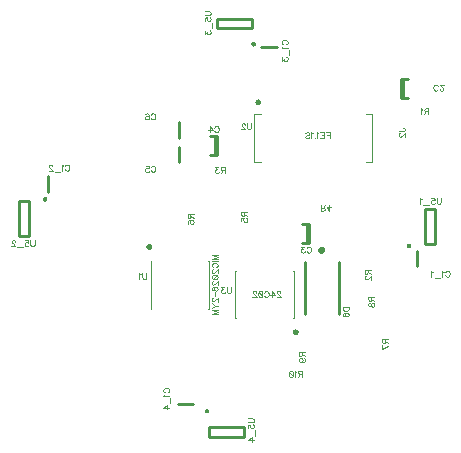
<source format=gbr>
G04 DipTrace 4.1.3.1*
G04 BottomSilk.gbr*
%MOIN*%
G04 #@! TF.FileFunction,Legend,Bot*
G04 #@! TF.Part,Single*
%ADD10C,0.009843*%
%ADD13C,0.004724*%
%ADD25C,0.003937*%
%ADD60C,0.003088*%
%FSLAX26Y26*%
G04*
G70*
G90*
G75*
G01*
G04 BotSilk*
%LPD*%
X1864354Y1766972D2*
D10*
Y1704043D1*
X1856906Y1766972D2*
Y1704043D1*
Y1766972D2*
X1880465D1*
X1856906Y1704043D2*
X1880465D1*
X1544517Y1221121D2*
X1544520Y1284050D1*
X1551966Y1221120D2*
X1551968Y1284049D1*
X1551966Y1221120D2*
X1528407Y1221121D1*
X1551968Y1284049D2*
X1528409Y1284050D1*
X1237382Y1514874D2*
X1237379Y1577803D1*
X1244831Y1514875D2*
X1244828Y1577804D1*
X1244831Y1514875D2*
X1221272Y1514873D1*
X1244828Y1577804D2*
X1221269Y1577803D1*
X1116778Y1491828D2*
Y1542970D1*
Y1572034D2*
Y1623176D1*
X1912512Y1195814D2*
Y1144672D1*
X680760Y1392396D2*
X680757Y1443537D1*
X1393054Y1876431D2*
X1444196Y1876433D1*
X1166283Y684081D2*
X1115142D1*
X1536538Y1158335D2*
X1536541Y985120D1*
X1650711Y1158337D2*
X1650714Y985122D1*
G36*
X1605442Y1197702D2*
X1605341Y1196160D1*
X1605039Y1194645D1*
X1604543Y1193182D1*
X1603859Y1191796D1*
X1603001Y1190511D1*
X1601982Y1189349D1*
X1600821Y1188331D1*
X1599536Y1187472D1*
X1598150Y1186789D1*
X1596687Y1186292D1*
X1595172Y1185991D1*
X1593630Y1185890D1*
X1592088Y1185991D1*
X1590573Y1186292D1*
X1589110Y1186789D1*
X1587724Y1187472D1*
X1586440Y1188330D1*
X1585278Y1189349D1*
X1584259Y1190511D1*
X1583401Y1191795D1*
X1582717Y1193181D1*
X1582221Y1194644D1*
X1581919Y1196160D1*
X1581818Y1197701D1*
Y1197709D1*
X1581919Y1199251D1*
X1582221Y1200766D1*
X1582717Y1202229D1*
X1583401Y1203615D1*
X1584259Y1204900D1*
X1585278Y1206061D1*
X1586439Y1207080D1*
X1587724Y1207938D1*
X1589110Y1208622D1*
X1590573Y1209118D1*
X1592088Y1209420D1*
X1593630Y1209521D1*
X1595171Y1209420D1*
X1596687Y1209119D1*
X1598150Y1208622D1*
X1599536Y1207939D1*
X1600820Y1207080D1*
X1601982Y1206062D1*
X1603001Y1204900D1*
X1603859Y1203615D1*
X1604542Y1202230D1*
X1605039Y1200767D1*
X1605340Y1199251D1*
X1605442Y1197710D1*
Y1197702D1*
G37*
X1026239Y1003008D2*
D13*
X1023090D1*
X1023086Y1160489D1*
X1026236D1*
X1216003Y1003013D2*
X1219153D1*
X1219149Y1160493D1*
X1216000D1*
G36*
X1028597Y1208520D2*
X1028513Y1207236D1*
X1028262Y1205973D1*
X1027848Y1204754D1*
X1027278Y1203599D1*
X1026563Y1202529D1*
X1025714Y1201561D1*
X1024746Y1200712D1*
X1023676Y1199996D1*
X1022521Y1199427D1*
X1021302Y1199013D1*
X1020039Y1198762D1*
X1018755Y1198678D1*
X1017470Y1198762D1*
X1016207Y1199013D1*
X1014988Y1199427D1*
X1013833Y1199996D1*
X1012763Y1200711D1*
X1011795Y1201560D1*
X1010946Y1202528D1*
X1010231Y1203599D1*
X1009661Y1204753D1*
X1009247Y1205972D1*
X1008996Y1207235D1*
X1008912Y1208520D1*
D1*
X1008996Y1209805D1*
X1009247Y1211067D1*
X1009661Y1212286D1*
X1010230Y1213441D1*
X1010946Y1214512D1*
X1011795Y1215480D1*
X1012763Y1216329D1*
X1013833Y1217044D1*
X1014988Y1217613D1*
X1016207Y1218027D1*
X1017470Y1218278D1*
X1018754Y1218363D1*
X1020039Y1218278D1*
X1021302Y1218027D1*
X1022521Y1217614D1*
X1023675Y1217044D1*
X1024746Y1216329D1*
X1025714Y1215480D1*
X1026563Y1214512D1*
X1027278Y1213442D1*
X1027848Y1212287D1*
X1028262Y1211068D1*
X1028513Y1209805D1*
X1028597Y1208520D1*
D1*
G37*
X1390385Y1492823D2*
D25*
X1369125Y1492822D1*
X1369119Y1650302D1*
X1390379Y1650303D1*
X1741566Y1492836D2*
X1762826Y1492837D1*
X1762820Y1650317D1*
X1741560Y1650316D1*
G36*
X1392346Y1690461D2*
X1392262Y1689176D1*
X1392011Y1687913D1*
X1391597Y1686694D1*
X1391028Y1685540D1*
X1390312Y1684469D1*
X1389463Y1683501D1*
X1388496Y1682652D1*
X1387425Y1681937D1*
X1386270Y1681367D1*
X1385051Y1680953D1*
X1383789Y1680702D1*
X1382504Y1680618D1*
X1381219Y1680702D1*
X1379956Y1680953D1*
X1378737Y1681367D1*
X1377583Y1681936D1*
X1376512Y1682652D1*
X1375544Y1683500D1*
X1374695Y1684468D1*
X1373980Y1685539D1*
X1373410Y1686694D1*
X1372996Y1687913D1*
X1372745Y1689175D1*
X1372661Y1690460D1*
D1*
X1372745Y1691745D1*
X1372996Y1693008D1*
X1373410Y1694227D1*
X1373979Y1695381D1*
X1374695Y1696452D1*
X1375544Y1697420D1*
X1376511Y1698269D1*
X1377582Y1698984D1*
X1378737Y1699554D1*
X1379956Y1699968D1*
X1381218Y1700219D1*
X1382503Y1700303D1*
X1383788Y1700219D1*
X1385051Y1699968D1*
X1386270Y1699554D1*
X1387424Y1698985D1*
X1388495Y1698269D1*
X1389463Y1697420D1*
X1390312Y1696452D1*
X1391027Y1695382D1*
X1391597Y1694227D1*
X1392011Y1693008D1*
X1392262Y1691746D1*
X1392346Y1690461D1*
D1*
G37*
X1499666Y1129114D2*
D13*
X1502815D1*
X1502820Y971634D1*
X1499670D1*
X1309114Y1129109D2*
X1305965D1*
X1305970Y971628D1*
X1309119D1*
G36*
X1497309Y923996D2*
X1497394Y925281D1*
X1497645Y926544D1*
X1498059Y927763D1*
X1498628Y928917D1*
X1499343Y929988D1*
X1500192Y930956D1*
X1501160Y931805D1*
X1502230Y932520D1*
X1503385Y933090D1*
X1504604Y933503D1*
X1505867Y933755D1*
X1507152Y933839D1*
X1508436Y933755D1*
X1509699Y933504D1*
X1510918Y933090D1*
X1512073Y932520D1*
X1513144Y931805D1*
X1514112Y930956D1*
X1514960Y929988D1*
X1515676Y928918D1*
X1516245Y927763D1*
X1516659Y926544D1*
X1516910Y925281D1*
X1516995Y923997D1*
D1*
X1516910Y922712D1*
X1516659Y921449D1*
X1516245Y920230D1*
X1515676Y919075D1*
X1514961Y918005D1*
X1514112Y917037D1*
X1513144Y916188D1*
X1512074Y915473D1*
X1510919Y914903D1*
X1509700Y914489D1*
X1508437Y914238D1*
X1507152Y914154D1*
X1505868Y914238D1*
X1504605Y914489D1*
X1503386Y914903D1*
X1502231Y915472D1*
X1501160Y916188D1*
X1500192Y917036D1*
X1499344Y918004D1*
X1498628Y919075D1*
X1498059Y920230D1*
X1497645Y921449D1*
X1497394Y922711D1*
X1497309Y923996D1*
D1*
G37*
G36*
X1892177Y1212277D2*
X1892111Y1211272D1*
X1891914Y1210284D1*
X1891591Y1209331D1*
X1891146Y1208428D1*
X1890586Y1207591D1*
X1889922Y1206834D1*
X1889165Y1206170D1*
X1888328Y1205610D1*
X1887425Y1205165D1*
X1886472Y1204841D1*
X1885484Y1204645D1*
X1884479Y1204579D1*
X1883475Y1204645D1*
X1882487Y1204841D1*
X1881534Y1205165D1*
X1880631Y1205610D1*
X1879793Y1206169D1*
X1879036Y1206833D1*
X1878372Y1207590D1*
X1877813Y1208427D1*
X1877368Y1209330D1*
X1877044Y1210284D1*
X1876848Y1211271D1*
X1876782Y1212276D1*
Y1212281D1*
X1876847Y1213286D1*
X1877044Y1214274D1*
X1877367Y1215227D1*
X1877813Y1216130D1*
X1878372Y1216967D1*
X1879036Y1217724D1*
X1879793Y1218388D1*
X1880630Y1218948D1*
X1881533Y1219393D1*
X1882487Y1219717D1*
X1883474Y1219913D1*
X1884479Y1219979D1*
X1885484Y1219913D1*
X1886471Y1219717D1*
X1887425Y1219393D1*
X1888328Y1218948D1*
X1889165Y1218389D1*
X1889922Y1217725D1*
X1890586Y1216968D1*
X1891145Y1216131D1*
X1891591Y1215228D1*
X1891914Y1214274D1*
X1892111Y1213287D1*
X1892177Y1212282D1*
Y1212277D1*
G37*
X1938544Y1217544D2*
D10*
X1938540Y1335652D1*
X1970035Y1217545D2*
X1970030Y1335653D1*
X1938540Y1335652D2*
X1970030Y1335653D1*
X1938544Y1217544D2*
X1970035Y1217545D1*
G36*
X664073Y1367115D2*
X664139Y1368120D1*
X664335Y1369108D1*
X664659Y1370061D1*
X665104Y1370964D1*
X665664Y1371801D1*
X666327Y1372558D1*
X667084Y1373222D1*
X667922Y1373782D1*
X668825Y1374227D1*
X669778Y1374551D1*
X670766Y1374747D1*
X671770Y1374813D1*
X672775Y1374747D1*
X673763Y1374551D1*
X674716Y1374227D1*
X675619Y1373782D1*
X676456Y1373223D1*
X677213Y1372559D1*
X677877Y1371802D1*
X678437Y1370964D1*
X678882Y1370061D1*
X679206Y1369108D1*
X679402Y1368120D1*
X679468Y1367116D1*
Y1367111D1*
X679402Y1366106D1*
X679206Y1365118D1*
X678882Y1364165D1*
X678437Y1363262D1*
X677878Y1362425D1*
X677214Y1361667D1*
X676457Y1361004D1*
X675620Y1360444D1*
X674717Y1359999D1*
X673763Y1359675D1*
X672776Y1359479D1*
X671771Y1359413D1*
X670766Y1359479D1*
X669779Y1359675D1*
X668825Y1359999D1*
X667922Y1360444D1*
X667085Y1361003D1*
X666328Y1361667D1*
X665664Y1362424D1*
X665104Y1363261D1*
X664659Y1364164D1*
X664335Y1365118D1*
X664139Y1366105D1*
X664073Y1367110D1*
Y1367115D1*
G37*
X617706Y1361848D2*
D10*
X617709Y1243741D1*
X586215Y1361847D2*
X586218Y1243740D1*
X617709Y1243741D2*
X586218Y1243740D1*
X617706Y1361848D2*
X586215Y1361847D1*
G36*
X1366461Y1891828D2*
X1367466Y1891762D1*
X1368453Y1891566D1*
X1369407Y1891242D1*
X1370310Y1890797D1*
X1371147Y1890237D1*
X1371904Y1889573D1*
X1372568Y1888816D1*
X1373128Y1887979D1*
X1373573Y1887076D1*
X1373897Y1886123D1*
X1374093Y1885135D1*
X1374159Y1884131D1*
X1374093Y1883126D1*
X1373897Y1882138D1*
X1373573Y1881185D1*
X1373128Y1880282D1*
X1372568Y1879445D1*
X1371905Y1878688D1*
X1371148Y1878024D1*
X1370310Y1877464D1*
X1369407Y1877019D1*
X1368454Y1876695D1*
X1367466Y1876499D1*
X1366462Y1876433D1*
X1366456D1*
X1365452Y1876499D1*
X1364464Y1876695D1*
X1363511Y1877019D1*
X1362608Y1877464D1*
X1361770Y1878023D1*
X1361013Y1878687D1*
X1360350Y1879444D1*
X1359790Y1880281D1*
X1359345Y1881184D1*
X1359021Y1882138D1*
X1358825Y1883125D1*
X1358759Y1884130D1*
X1358824Y1885135D1*
X1359021Y1886122D1*
X1359344Y1887076D1*
X1359790Y1887979D1*
X1360349Y1888816D1*
X1361013Y1889573D1*
X1361770Y1890237D1*
X1362607Y1890796D1*
X1363510Y1891242D1*
X1364464Y1891565D1*
X1365451Y1891762D1*
X1366456Y1891828D1*
X1366461D1*
G37*
X1361193Y1938195D2*
D10*
X1243086Y1938190D1*
X1361192Y1969686D2*
X1243085Y1969681D1*
X1243086Y1938190D2*
X1243085Y1969681D1*
X1361193Y1938195D2*
X1361192Y1969686D1*
G36*
X1211513Y653181D2*
X1210508Y653247D1*
X1209520Y653443D1*
X1208567Y653767D1*
X1207664Y654212D1*
X1206827Y654772D1*
X1206070Y655436D1*
X1205406Y656193D1*
X1204846Y657030D1*
X1204401Y657933D1*
X1204077Y658887D1*
X1203881Y659874D1*
X1203815Y660879D1*
X1203881Y661884D1*
X1204078Y662871D1*
X1204401Y663824D1*
X1204847Y664728D1*
X1205406Y665565D1*
X1206070Y666322D1*
X1206827Y666986D1*
X1207664Y667545D1*
X1208567Y667990D1*
X1209521Y668314D1*
X1210508Y668510D1*
X1211513Y668576D1*
X1211518D1*
X1212523Y668510D1*
X1213510Y668314D1*
X1214464Y667990D1*
X1215367Y667545D1*
X1216204Y666985D1*
X1216961Y666321D1*
X1217625Y665564D1*
X1218184Y664727D1*
X1218630Y663824D1*
X1218953Y662871D1*
X1219150Y661883D1*
X1219215Y660878D1*
X1219150Y659874D1*
X1218953Y658886D1*
X1218629Y657933D1*
X1218184Y657030D1*
X1217625Y656193D1*
X1216961Y655436D1*
X1216204Y654772D1*
X1215367Y654212D1*
X1214464Y653767D1*
X1213510Y653443D1*
X1212523Y653247D1*
X1211518Y653181D1*
X1211513D1*
G37*
X1216777Y606814D2*
D10*
X1334885Y606811D1*
X1216777Y575323D2*
X1334884Y575320D1*
X1334885Y606811D2*
X1334884Y575320D1*
X1216777Y606814D2*
Y575323D1*
X1607554Y1590444D2*
D60*
X1620001D1*
Y1570348D1*
Y1580871D2*
X1612351D1*
X1588954Y1590444D2*
X1601378D1*
Y1570348D1*
X1588954D1*
X1601378Y1580871D2*
X1593729D1*
X1582778Y1586597D2*
X1580854Y1587570D1*
X1577980Y1590421D1*
Y1570348D1*
X1570854Y1572271D2*
X1571805Y1571298D1*
X1570854Y1570348D1*
X1569881Y1571298D1*
X1570854Y1572271D1*
X1563706Y1586597D2*
X1561782Y1587570D1*
X1558908Y1590421D1*
Y1570348D1*
X1539335Y1587570D2*
X1541237Y1589493D1*
X1544111Y1590444D1*
X1547935D1*
X1550809Y1589493D1*
X1552733Y1587570D1*
Y1585668D1*
X1551760Y1583745D1*
X1550809Y1582794D1*
X1548908Y1581844D1*
X1543160Y1579920D1*
X1541237Y1578970D1*
X1540286Y1577997D1*
X1539335Y1576096D1*
Y1573222D1*
X1541237Y1571320D1*
X1544111Y1570348D1*
X1547935D1*
X1550809Y1571320D1*
X1552733Y1573222D1*
X1455637Y1056245D2*
Y1057195D1*
X1454686Y1059119D1*
X1453736Y1060069D1*
X1451812Y1061020D1*
X1447988D1*
X1446086Y1060069D1*
X1445136Y1059119D1*
X1444163Y1057195D1*
Y1055294D1*
X1445136Y1053371D1*
X1447037Y1050519D1*
X1456610Y1040946D1*
X1443212D1*
X1427464D2*
Y1061020D1*
X1437037Y1047645D1*
X1422689D1*
X1402165Y1056267D2*
X1403116Y1058168D1*
X1405039Y1060091D1*
X1406940Y1061042D1*
X1410765D1*
X1412688Y1060091D1*
X1414590Y1058168D1*
X1415562Y1056267D1*
X1416513Y1053393D1*
Y1048595D1*
X1415562Y1045743D1*
X1414590Y1043820D1*
X1412688Y1041919D1*
X1410765Y1040946D1*
X1406940D1*
X1405039Y1041919D1*
X1403116Y1043820D1*
X1402165Y1045743D1*
X1390241Y1061020D2*
X1393115Y1060069D1*
X1395039Y1057195D1*
X1395989Y1052420D1*
Y1049546D1*
X1395039Y1044771D1*
X1393115Y1041897D1*
X1390241Y1040946D1*
X1388340D1*
X1385466Y1041897D1*
X1383565Y1044771D1*
X1382592Y1049546D1*
Y1052420D1*
X1383565Y1057195D1*
X1385466Y1060069D1*
X1388340Y1061020D1*
X1390241D1*
X1383565Y1057195D2*
X1395039Y1044771D1*
X1375444Y1056245D2*
Y1057195D1*
X1374493Y1059119D1*
X1373542Y1060069D1*
X1371619Y1061020D1*
X1367794D1*
X1365893Y1060069D1*
X1364942Y1059119D1*
X1363970Y1057195D1*
Y1055294D1*
X1364942Y1053371D1*
X1366844Y1050519D1*
X1376416Y1040946D1*
X1363019D1*
X1247315Y1167028D2*
X1227219D1*
X1247315Y1174677D1*
X1227219Y1182326D1*
X1247315D1*
X1227219Y1160852D2*
X1247315D1*
X1231994Y1140328D2*
X1230093Y1141279D1*
X1228170Y1143202D1*
X1227219Y1145104D1*
Y1148928D1*
X1228170Y1150852D1*
X1230093Y1152753D1*
X1231994Y1153726D1*
X1234868Y1154676D1*
X1239666D1*
X1242518Y1153726D1*
X1244441Y1152753D1*
X1246342Y1150852D1*
X1247315Y1148928D1*
Y1145104D1*
X1246342Y1143202D1*
X1244441Y1141279D1*
X1242518Y1140328D1*
X1232017Y1133180D2*
X1231066D1*
X1229143Y1132229D1*
X1228192Y1131279D1*
X1227241Y1129355D1*
Y1125531D1*
X1228192Y1123629D1*
X1229143Y1122679D1*
X1231066Y1121706D1*
X1232967D1*
X1234891Y1122679D1*
X1237742Y1124580D1*
X1247315Y1134153D1*
Y1120755D1*
X1227241Y1108832D2*
X1228192Y1111706D1*
X1231066Y1113629D1*
X1235841Y1114580D1*
X1238715D1*
X1243491Y1113629D1*
X1246365Y1111706D1*
X1247315Y1108832D1*
Y1106930D1*
X1246365Y1104056D1*
X1243491Y1102155D1*
X1238715Y1101182D1*
X1235841D1*
X1231066Y1102155D1*
X1228192Y1104056D1*
X1227241Y1106930D1*
Y1108832D1*
X1231066Y1102155D2*
X1243491Y1113629D1*
X1232017Y1094034D2*
X1231066D1*
X1229143Y1093083D1*
X1228192Y1092133D1*
X1227241Y1090209D1*
Y1086385D1*
X1228192Y1084483D1*
X1229143Y1083533D1*
X1231066Y1082560D1*
X1232967D1*
X1234891Y1083533D1*
X1237742Y1085434D1*
X1247315Y1095007D1*
Y1081609D1*
X1230093Y1063960D2*
X1228192Y1064910D1*
X1227241Y1067784D1*
Y1069686D1*
X1228192Y1072560D1*
X1231066Y1074483D1*
X1235841Y1075434D1*
X1240617D1*
X1244441Y1074483D1*
X1246365Y1072560D1*
X1247315Y1069686D1*
Y1068735D1*
X1246365Y1065883D1*
X1244441Y1063960D1*
X1241567Y1063009D1*
X1240617D1*
X1237742Y1063960D1*
X1235841Y1065883D1*
X1234891Y1068735D1*
Y1069686D1*
X1235841Y1072560D1*
X1237742Y1074483D1*
X1240617Y1075434D1*
X1237278Y1056833D2*
Y1045779D1*
X1232017Y1038631D2*
X1231066D1*
X1229143Y1037680D1*
X1228192Y1036730D1*
X1227241Y1034806D1*
Y1030982D1*
X1228192Y1029080D1*
X1229143Y1028130D1*
X1231066Y1027157D1*
X1232967D1*
X1234891Y1028130D1*
X1237742Y1030031D1*
X1247315Y1039604D1*
Y1026206D1*
X1227219Y1020031D2*
X1236792Y1012381D1*
X1247315D1*
X1227219Y1004732D2*
X1236792Y1012381D1*
X1247315Y983258D2*
X1227219D1*
X1247315Y990907D1*
X1227219Y998556D1*
X1247315D1*
X1980689Y1734065D2*
X1979739Y1732164D1*
X1977815Y1730240D1*
X1975914Y1729290D1*
X1972089D1*
X1970166Y1730240D1*
X1968265Y1732164D1*
X1967292Y1734065D1*
X1966341Y1736939D1*
Y1741736D1*
X1967292Y1744588D1*
X1968265Y1746511D1*
X1970166Y1748413D1*
X1972089Y1749386D1*
X1975914D1*
X1977815Y1748413D1*
X1979739Y1746511D1*
X1980689Y1744588D1*
X1987838Y1734087D2*
Y1733136D1*
X1988788Y1731213D1*
X1989739Y1730262D1*
X1991662Y1729312D1*
X1995487D1*
X1997388Y1730262D1*
X1998339Y1731213D1*
X1999312Y1733136D1*
Y1735038D1*
X1998339Y1736961D1*
X1996438Y1739813D1*
X1986865Y1749386D1*
X2000262D1*
X1543835Y1204837D2*
X1544786Y1206738D1*
X1546709Y1208661D1*
X1548610Y1209612D1*
X1552435D1*
X1554358Y1208661D1*
X1556260Y1206737D1*
X1557232Y1204836D1*
X1558183Y1201962D1*
Y1197165D1*
X1557232Y1194313D1*
X1556259Y1192389D1*
X1554358Y1190488D1*
X1552434Y1189516D1*
X1548610D1*
X1546708Y1190489D1*
X1544785Y1192390D1*
X1543835Y1194313D1*
X1535736Y1209590D2*
X1525235Y1209591D1*
X1530960Y1201941D1*
X1528086D1*
X1526185Y1200991D1*
X1525234Y1200040D1*
X1524262Y1197166D1*
Y1195265D1*
X1525234Y1192391D1*
X1527135Y1190467D1*
X1530009Y1189516D1*
X1532883D1*
X1535735Y1190467D1*
X1536686Y1191440D1*
X1537659Y1193341D1*
X1236135Y1606286D2*
X1237086Y1608187D1*
X1239009Y1610111D1*
X1240910Y1611061D1*
X1244735D1*
X1246658Y1610111D1*
X1248560Y1608188D1*
X1249532Y1606286D1*
X1250483Y1603412D1*
Y1598615D1*
X1249533Y1595763D1*
X1248560Y1593840D1*
X1246659Y1591938D1*
X1244736Y1590965D1*
X1240911D1*
X1239010Y1591938D1*
X1237086Y1593839D1*
X1236136Y1595762D1*
X1220387Y1590964D2*
X1220386Y1611038D1*
X1229960Y1597663D1*
X1215612D1*
X1024532Y1474179D2*
X1025483Y1476081D1*
X1027406Y1478004D1*
X1029308Y1478955D1*
X1033132D1*
X1035056Y1478004D1*
X1036957Y1476081D1*
X1037930Y1474179D1*
X1038880Y1471305D1*
Y1466508D1*
X1037930Y1463656D1*
X1036957Y1461733D1*
X1035056Y1459831D1*
X1033132Y1458859D1*
X1029308D1*
X1027406Y1459831D1*
X1025483Y1461733D1*
X1024532Y1463656D1*
X1006883Y1478932D2*
X1016433D1*
X1017384Y1470333D1*
X1016433Y1471283D1*
X1013559Y1472256D1*
X1010707D1*
X1007833Y1471283D1*
X1005910Y1469382D1*
X1004959Y1466508D1*
Y1464607D1*
X1005910Y1461733D1*
X1007833Y1459809D1*
X1010707Y1458859D1*
X1013559D1*
X1016433Y1459809D1*
X1017384Y1460782D1*
X1018357Y1462683D1*
X1024046Y1648649D2*
X1024997Y1650550D1*
X1026920Y1652474D1*
X1028821Y1653424D1*
X1032646D1*
X1034569Y1652474D1*
X1036471Y1650550D1*
X1037443Y1648649D1*
X1038394Y1645775D1*
Y1640978D1*
X1037443Y1638126D1*
X1036471Y1636202D1*
X1034569Y1634301D1*
X1032646Y1633328D1*
X1028821D1*
X1026920Y1634301D1*
X1024997Y1636202D1*
X1024046Y1638126D1*
X1006396Y1650550D2*
X1007347Y1652452D1*
X1010221Y1653402D1*
X1012122D1*
X1014996Y1652452D1*
X1016920Y1649578D1*
X1017870Y1644802D1*
Y1640027D1*
X1016920Y1636202D1*
X1014996Y1634279D1*
X1012122Y1633328D1*
X1011172D1*
X1008320Y1634279D1*
X1006396Y1636202D1*
X1005446Y1639076D1*
Y1640027D1*
X1006396Y1642901D1*
X1008320Y1644802D1*
X1011172Y1645753D1*
X1012122D1*
X1014996Y1644802D1*
X1016920Y1642901D1*
X1017870Y1640027D1*
X2005947Y1124200D2*
X2006898Y1126102D1*
X2008821Y1128025D1*
X2010722Y1128976D1*
X2014547D1*
X2016470Y1128025D1*
X2018372Y1126102D1*
X2019344Y1124200D1*
X2020295Y1121326D1*
Y1116529D1*
X2019344Y1113677D1*
X2018372Y1111754D1*
X2016470Y1109852D1*
X2014547Y1108880D1*
X2010722D1*
X2008821Y1109852D1*
X2006898Y1111754D1*
X2005947Y1113677D1*
X1999771Y1125129D2*
X1997848Y1126102D1*
X1994974Y1128953D1*
Y1108880D1*
X1988798Y1105563D2*
X1970626D1*
X1964450Y1125129D2*
X1962527Y1126102D1*
X1959653Y1128953D1*
Y1108880D1*
X738579Y1478199D2*
X739530Y1480101D1*
X741453Y1482024D1*
X743354Y1482975D1*
X747179D1*
X749102Y1482025D1*
X751003Y1480101D1*
X751976Y1478200D1*
X752927Y1475326D1*
Y1470529D1*
X751977Y1467677D1*
X751004Y1465753D1*
X749103Y1463852D1*
X747180Y1462879D1*
X743355D1*
X741454Y1463852D1*
X739530Y1465753D1*
X738579Y1467676D1*
X732403Y1479128D2*
X730480Y1480100D1*
X727606Y1482952D1*
X727607Y1462878D1*
X721431Y1459562D2*
X703258Y1459561D1*
X696109Y1478175D2*
Y1479126D1*
X695158Y1481049D1*
X694208Y1482000D1*
X692284Y1482951D1*
X688460Y1482950D1*
X686558Y1482000D1*
X685608Y1481049D1*
X684635Y1479126D1*
Y1477224D1*
X685608Y1475301D1*
X687509Y1472449D1*
X697083Y1462877D1*
X683685Y1462876D1*
X1464836Y1883312D2*
X1462935Y1884262D1*
X1461012Y1886186D1*
X1460061Y1888087D1*
Y1891912D1*
X1461011Y1893835D1*
X1462935Y1895736D1*
X1464836Y1896709D1*
X1467710Y1897660D1*
X1472507D1*
X1475359Y1896710D1*
X1477283Y1895737D1*
X1479184Y1893836D1*
X1480157Y1891912D1*
Y1888088D1*
X1479184Y1886186D1*
X1477283Y1884263D1*
X1475360Y1883312D1*
X1463908Y1877136D2*
X1462935Y1875213D1*
X1460084Y1872339D1*
X1480158D1*
X1483474Y1866164D2*
X1483475Y1847991D1*
X1460085Y1839891D2*
Y1829390D1*
X1467734Y1835116D1*
X1467735Y1832242D1*
X1468685Y1830341D1*
X1469636Y1829390D1*
X1472510Y1828418D1*
X1474411D1*
X1477285Y1829391D1*
X1479209Y1831292D1*
X1480159Y1834166D1*
Y1837040D1*
X1479208Y1839892D1*
X1478235Y1840843D1*
X1476334Y1841815D1*
X1070962Y723490D2*
X1069061Y724441D1*
X1067138Y726364D1*
X1066187Y728265D1*
Y732090D1*
X1067138Y734013D1*
X1069061Y735915D1*
X1070962Y736887D1*
X1073836Y737838D1*
X1078634D1*
X1081486Y736887D1*
X1083409Y735915D1*
X1085310Y734013D1*
X1086283Y732090D1*
Y728265D1*
X1085310Y726364D1*
X1083409Y724441D1*
X1081486Y723490D1*
X1070034Y717314D2*
X1069061Y715391D1*
X1066209Y712517D1*
X1086283D1*
X1089599Y706341D2*
Y688169D1*
X1086283Y672420D2*
X1066209D1*
X1079584Y681993D1*
Y667645D1*
X1663624Y1008558D2*
X1683720D1*
Y1001860D1*
X1682748Y998986D1*
X1680847Y997062D1*
X1678923Y996111D1*
X1676071Y995161D1*
X1671274D1*
X1668400Y996111D1*
X1666499Y997062D1*
X1664575Y998985D1*
X1663624Y1001859D1*
Y1008558D1*
X1666499Y977511D2*
X1664598Y978462D1*
X1663647Y981336D1*
Y983237D1*
X1664597Y986111D1*
X1667471Y988034D1*
X1672247Y988985D1*
X1677022D1*
X1680847Y988034D1*
X1682770Y986111D1*
X1683721Y983237D1*
Y982287D1*
X1682770Y979435D1*
X1680847Y977511D1*
X1677973Y976560D1*
X1677022D1*
X1674148Y977511D1*
X1672247Y979434D1*
X1671296Y982286D1*
Y983237D1*
X1672247Y986111D1*
X1674148Y988034D1*
X1677022Y988985D1*
X1850735Y1595006D2*
X1866033Y1595005D1*
X1868908Y1595956D1*
X1869858Y1596928D1*
X1870831Y1598830D1*
Y1600753D1*
X1869858Y1602654D1*
X1868908Y1603605D1*
X1866034Y1604578D1*
X1864132D1*
X1855532Y1587857D2*
X1854581D1*
X1852658Y1586907D1*
X1851707Y1585956D1*
X1850757Y1584033D1*
Y1580208D1*
X1851707Y1578307D1*
X1852658Y1577356D1*
X1854581Y1576383D1*
X1856482D1*
X1858406Y1577356D1*
X1861258Y1579257D1*
X1870831Y1588829D1*
X1870830Y1575432D1*
X1949267Y1660388D2*
X1940667D1*
X1937793Y1661361D1*
X1936820Y1662312D1*
X1935869Y1664213D1*
Y1666136D1*
X1936820Y1668038D1*
X1937793Y1669011D1*
X1940667Y1669961D1*
X1949267D1*
Y1649865D1*
X1942568Y1660388D2*
X1935869Y1649865D1*
X1929694Y1666114D2*
X1927770Y1667087D1*
X1924896Y1669939D1*
Y1649865D1*
X1747373Y1131921D2*
Y1123321D1*
X1746400Y1120447D1*
X1745449Y1119474D1*
X1743548Y1118524D1*
X1741625D1*
X1739723Y1119474D1*
X1738751Y1120447D1*
X1737800Y1123321D1*
Y1131921D1*
X1757896D1*
X1747373Y1125222D2*
X1757896Y1118524D1*
X1742597Y1111375D2*
X1741647D1*
X1739723Y1110424D1*
X1738773Y1109474D1*
X1737822Y1107550D1*
Y1103726D1*
X1738773Y1101825D1*
X1739723Y1100874D1*
X1741647Y1099901D1*
X1743548D1*
X1745471Y1100874D1*
X1748323Y1102775D1*
X1757896Y1112348D1*
Y1098951D1*
X1270871Y1465325D2*
X1262271D1*
X1259397Y1466297D1*
X1258424Y1467248D1*
X1257473Y1469149D1*
Y1471072D1*
X1258424Y1472974D1*
X1259396Y1473947D1*
X1262270Y1474897D1*
X1270870Y1474898D1*
X1270871Y1454802D1*
X1264172Y1465325D2*
X1257474Y1454801D1*
X1249374Y1474874D2*
X1238873D1*
X1244599Y1467225D1*
X1241725D1*
X1239824Y1466274D1*
X1238873Y1465323D1*
X1237901Y1462449D1*
Y1460548D1*
X1238874Y1457674D1*
X1240775Y1455751D1*
X1243649Y1454800D1*
X1246523D1*
X1249375Y1455751D1*
X1250325Y1456724D1*
X1251298Y1458625D1*
X1590348Y1338520D2*
X1598948D1*
X1601822Y1337548D1*
X1602795Y1336597D1*
X1603746Y1334696D1*
Y1332773D1*
X1602795Y1330871D1*
X1601823Y1329898D1*
X1598949Y1328948D1*
X1590349Y1328947D1*
X1590347Y1349043D1*
X1597047Y1338520D2*
X1603745Y1349044D1*
X1619493Y1349045D2*
X1619495Y1328971D1*
X1609921Y1342346D1*
X1624269Y1342347D1*
X1335772Y1324689D2*
Y1316089D1*
X1334799Y1313215D1*
X1333848Y1312242D1*
X1331947Y1311291D1*
X1330024D1*
X1328122Y1312242D1*
X1327150Y1313215D1*
X1326199Y1316089D1*
Y1324689D1*
X1346295D1*
X1335772Y1317990D2*
X1346295Y1311291D1*
X1326221Y1293642D2*
Y1303192D1*
X1334821Y1304143D1*
X1333870Y1303192D1*
X1332898Y1300318D1*
Y1297466D1*
X1333870Y1294592D1*
X1335772Y1292669D1*
X1338646Y1291718D1*
X1340547D1*
X1343421Y1292669D1*
X1345344Y1294592D1*
X1346295Y1297466D1*
Y1300318D1*
X1345344Y1303192D1*
X1344372Y1304143D1*
X1342470Y1305116D1*
X1156010Y1317276D2*
Y1308676D1*
X1155038Y1305802D1*
X1154087Y1304830D1*
X1152186Y1303879D1*
X1150263D1*
X1148361Y1304829D1*
X1147388Y1305802D1*
X1146438Y1308676D1*
X1146437Y1317276D1*
X1166533Y1317277D1*
X1156010Y1310578D2*
X1166534Y1303879D1*
X1149313Y1286229D2*
X1147411Y1287180D1*
X1146461Y1290054D1*
X1146460Y1291955D1*
X1147411Y1294829D1*
X1150285Y1296752D1*
X1155060Y1297703D1*
X1159835D1*
X1163660Y1296753D1*
X1165584Y1294830D1*
X1166534Y1291956D1*
Y1291005D1*
X1165584Y1288153D1*
X1163661Y1286230D1*
X1160787Y1285279D1*
X1159836D1*
X1156962Y1286229D1*
X1155061Y1288153D1*
X1154110Y1291005D1*
Y1291955D1*
X1155060Y1294829D1*
X1156961Y1296753D1*
X1159835Y1297703D1*
X1805474Y900925D2*
Y892325D1*
X1804501Y889451D1*
X1803550Y888478D1*
X1801649Y887527D1*
X1799726D1*
X1797824Y888478D1*
X1796852Y889451D1*
X1795901Y892325D1*
Y900925D1*
X1815997D1*
X1805474Y894226D2*
X1815997Y887527D1*
Y877527D2*
X1795923Y867954D1*
Y881352D1*
X1758739Y1042230D2*
Y1033630D1*
X1757766Y1030756D1*
X1756815Y1029783D1*
X1754914Y1028833D1*
X1752991D1*
X1751090Y1029783D1*
X1750117Y1030756D1*
X1749166Y1033630D1*
Y1042230D1*
X1769262D1*
X1758739Y1035531D2*
X1769262Y1028833D1*
X1749188Y1017882D2*
X1750139Y1020734D1*
X1752040Y1021706D1*
X1753964D1*
X1755865Y1020734D1*
X1756838Y1018832D1*
X1757788Y1015008D1*
X1758739Y1012134D1*
X1760662Y1010232D1*
X1762563Y1009282D1*
X1765438D1*
X1767339Y1010232D1*
X1768312Y1011183D1*
X1769262Y1014057D1*
Y1017882D1*
X1768312Y1020734D1*
X1767339Y1021706D1*
X1765438Y1022657D1*
X1762563D1*
X1760662Y1021706D1*
X1758739Y1019783D1*
X1757788Y1016931D1*
X1756838Y1013106D1*
X1755865Y1011183D1*
X1753964Y1010232D1*
X1752040D1*
X1750139Y1011183D1*
X1749188Y1014057D1*
Y1017882D1*
X1526894Y857423D2*
X1526895Y848823D1*
X1525922Y845949D1*
X1524972Y844976D1*
X1523070Y844025D1*
X1521147D1*
X1519246Y844976D1*
X1518273Y845949D1*
X1517322Y848823D1*
Y857423D1*
X1537418D1*
X1526895Y850724D2*
X1537418Y844026D1*
X1524022Y825403D2*
X1526895Y826376D1*
X1528819Y828277D1*
X1529769Y831151D1*
Y832102D1*
X1528819Y834976D1*
X1526895Y836877D1*
X1524021Y837850D1*
X1523070D1*
X1520196Y836877D1*
X1518295Y834976D1*
X1517345Y832102D1*
Y831151D1*
X1518295Y828277D1*
X1520197Y826376D1*
X1524022Y825403D1*
X1528819D1*
X1533594Y826376D1*
X1536468Y828278D1*
X1537419Y831152D1*
Y833053D1*
X1536468Y835927D1*
X1534544Y836877D1*
X1528026Y785933D2*
X1519426D1*
X1516552Y786905D1*
X1515579Y787856D1*
X1514629Y789757D1*
Y791681D1*
X1515579Y793582D1*
X1516552Y794555D1*
X1519426Y795506D1*
X1528026D1*
X1528027Y775410D1*
X1521328Y785933D2*
X1514630Y775409D1*
X1508453Y791658D2*
X1506529Y792631D1*
X1503655Y795482D1*
X1503656Y775408D1*
X1491731Y795482D2*
X1494606Y794531D1*
X1496529Y791657D1*
X1497480Y786882D1*
Y784008D1*
X1496530Y779233D1*
X1494607Y776359D1*
X1491733Y775408D1*
X1489831D1*
X1486957Y776358D1*
X1485056Y779232D1*
X1484083Y784007D1*
Y786881D1*
X1485055Y791657D1*
X1486956Y794531D1*
X1489830Y795481D1*
X1491731Y795482D1*
X1485055Y791657D2*
X1496530Y779233D1*
X1009491Y1121833D2*
X1009492Y1107485D1*
X1008541Y1104611D1*
X1006618Y1102709D1*
X1003744Y1101737D1*
X1001843D1*
X998969Y1102709D1*
X997045Y1104611D1*
X996094Y1107485D1*
Y1121832D1*
X989918Y1117986D2*
X987995Y1118958D1*
X985121Y1121810D1*
Y1101736D1*
X1358776Y1620746D2*
X1358777Y1606398D1*
X1357826Y1603524D1*
X1355903Y1601623D1*
X1353029Y1600650D1*
X1351127D1*
X1348253Y1601623D1*
X1346330Y1603524D1*
X1345379Y1606398D1*
Y1620746D1*
X1338230Y1615948D2*
Y1616899D1*
X1337280Y1618822D1*
X1336329Y1619773D1*
X1334406Y1620723D1*
X1330581D1*
X1328680Y1619772D1*
X1327729Y1618822D1*
X1326756Y1616898D1*
X1326757Y1614997D1*
X1327729Y1613074D1*
X1329631Y1610222D1*
X1339204Y1600649D1*
X1325806D1*
X1291217Y1074529D2*
Y1060181D1*
X1290267Y1057307D1*
X1288343Y1055405D1*
X1285469Y1054432D1*
X1283568D1*
X1280694Y1055405D1*
X1278771Y1057306D1*
X1277820Y1060180D1*
X1277819Y1074528D1*
X1269720Y1074506D2*
X1259219D1*
X1264945Y1066856D1*
X1262071D1*
X1260170Y1065906D1*
X1259219Y1064955D1*
X1258247Y1062081D1*
Y1060180D1*
X1259220Y1057306D1*
X1261121Y1055382D1*
X1263995Y1054432D1*
X1266869D1*
X1269721Y1055383D1*
X1270672Y1056355D1*
X1271644Y1058257D1*
X1990347Y1371911D2*
Y1357563D1*
X1989397Y1354689D1*
X1987474Y1352788D1*
X1984600Y1351815D1*
X1982698D1*
X1979824Y1352788D1*
X1977901Y1354689D1*
X1976950Y1357563D1*
Y1371911D1*
X1959300Y1371888D2*
X1968850D1*
X1969801Y1363289D1*
X1968851Y1364239D1*
X1965977Y1365212D1*
X1963125D1*
X1960251Y1364239D1*
X1958327Y1362337D1*
X1957377Y1359463D1*
Y1357562D1*
X1958328Y1354688D1*
X1960251Y1352765D1*
X1963125Y1351814D1*
X1965977D1*
X1968851Y1352765D1*
X1969802Y1353738D1*
X1970774Y1355639D1*
X1951202Y1348498D2*
X1933029Y1348497D1*
X1926853Y1368062D2*
X1924929Y1369035D1*
X1922055Y1371887D1*
X1922056Y1351813D1*
X636464Y1230616D2*
Y1216268D1*
X635514Y1213394D1*
X633590Y1211492D1*
X630716Y1210519D1*
X628815D1*
X625941Y1211492D1*
X624018Y1213393D1*
X623067Y1216267D1*
Y1230615D1*
X605417Y1230593D2*
X614968D1*
X615918Y1221993D1*
X614968Y1222944D1*
X612094Y1223916D1*
X609242D1*
X606368Y1222943D1*
X604444Y1221042D1*
X603494Y1218168D1*
Y1216267D1*
X604445Y1213393D1*
X606368Y1211469D1*
X609242Y1210519D1*
X612094D1*
X614968Y1211470D1*
X615919Y1212442D1*
X616891Y1214344D1*
X597319Y1207202D2*
X579146D1*
X571997Y1225816D2*
Y1226767D1*
X571046Y1228690D1*
X570096Y1229641D1*
X568172Y1230592D1*
X564347Y1230591D1*
X562446Y1229641D1*
X561496Y1228690D1*
X560523Y1226767D1*
Y1224865D1*
X561496Y1222942D1*
X563397Y1220090D1*
X572970Y1210518D1*
X559573Y1210517D1*
X1203601Y1993948D2*
X1217949Y1993949D1*
X1220824Y1992998D1*
X1222725Y1991075D1*
X1223698Y1988201D1*
Y1986300D1*
X1222725Y1983426D1*
X1220824Y1981502D1*
X1217950Y1980551D1*
X1203602D1*
X1203625Y1962901D2*
X1203624Y1972452D1*
X1212224Y1973403D1*
X1211274Y1972452D1*
X1210301Y1969578D1*
Y1966726D1*
X1211274Y1963852D1*
X1213175Y1961929D1*
X1216050Y1960978D1*
X1217951D1*
X1220825Y1961929D1*
X1222748Y1963853D1*
X1223699Y1966727D1*
X1223698Y1969579D1*
X1222748Y1972453D1*
X1221775Y1973403D1*
X1219874Y1974376D1*
X1227015Y1954803D2*
X1227016Y1936630D1*
X1203626Y1928530D2*
X1203627Y1918029D1*
X1211276Y1923755D1*
Y1920881D1*
X1212227Y1918980D1*
X1213177Y1918030D1*
X1216051Y1917057D1*
X1217953D1*
X1220827Y1918030D1*
X1222750Y1919931D1*
X1223700Y1922805D1*
Y1925679D1*
X1222749Y1928531D1*
X1221777Y1929482D1*
X1219875Y1930454D1*
X1347314Y636858D2*
X1361662Y636857D1*
X1364536Y635907D1*
X1366437Y633983D1*
X1367410Y631109D1*
Y629208D1*
X1366437Y626334D1*
X1364536Y624411D1*
X1361662Y623460D1*
X1347314D1*
X1347336Y605811D2*
Y615361D1*
X1355936Y616312D1*
X1354985Y615361D1*
X1354012Y612487D1*
Y609635D1*
X1354985Y606761D1*
X1356886Y604838D1*
X1359760Y603887D1*
X1361661D1*
X1364535Y604838D1*
X1366459Y606761D1*
X1367410Y609635D1*
Y612487D1*
X1366459Y615361D1*
X1365486Y616312D1*
X1363585Y617284D1*
X1370725Y597711D2*
Y579538D1*
X1367408Y563790D2*
X1347335Y563791D1*
X1360710Y573363D1*
Y559015D1*
M02*

</source>
